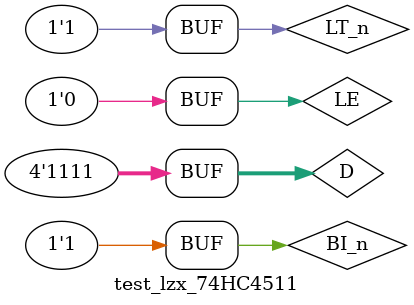
<source format=v>

module test_lzx_74HC4511;

    reg        BI_n;
    reg        LT_n;
    reg        LE;
    reg  [3:0] D;
    wire [6:0] seg;

    lzx_74HC4511 u1(
        .BI_n(BI_n),
        .LT_n(LT_n),
        .LE(LE),
        .D(D),
        .seg(seg)
    );


    initial begin
      
        BI_n = 1'b0; LT_n = 1'b1; LE = 1'b0; D = 4'h8; #20;
        BI_n = 1'b1; LT_n = 1'b0; LE = 1'b0; D = 4'h0; #20;
        BI_n = 1'b1; LT_n = 1'b1; LE = 1'b0;   

        D = 4'h0; #20; // 0
        D = 4'h1; #20; // 1
        D = 4'h5; #20; // 5
        D = 4'h8; #20; // 8
        D = 4'h9; #20; // 9
        D = 4'hA; #20; // A
        D = 4'hF; #20; // F

    end

endmodule
</source>
